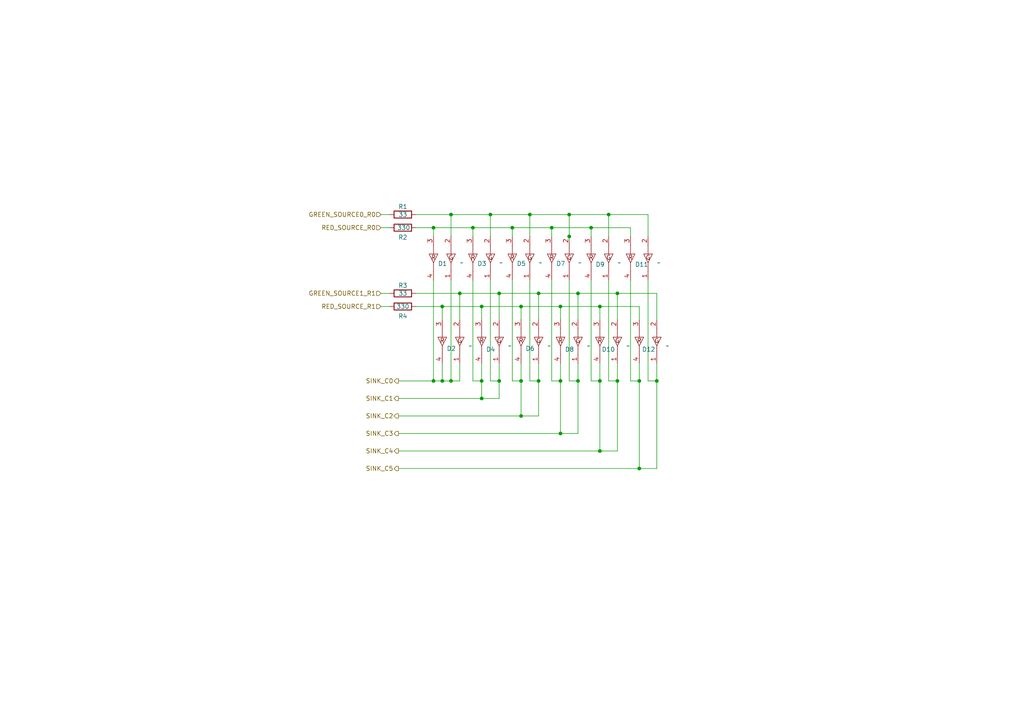
<source format=kicad_sch>
(kicad_sch (version 20231120) (generator "eeschema") (generator_version "8.0")
  (paper "A4")
  (lib_symbols
    (symbol "Device:R" (pin_numbers hide) (pin_names (offset 0))
      (property "Reference" "R" (at 2.032 0 90))
      (property "Value" "R" (at 0 0 90))
      (symbol "R_0_1"
        (rectangle (start -1.016 -2.54) (end 1.016 2.54) (stroke (width 0.254)))
      )
      (symbol "R_1_1"
        (pin passive line (at 0 3.81 270) (length 1.27) (name "~") (number "1"))
        (pin passive line (at 0 -3.81 90) (length 1.27) (name "~") (number "2"))
      )
    )
    (symbol "sw_components:WL-SBCD"
      (property "Reference" "D" (at 0 0 0))
      (symbol "WL-SBCD_0_1"
        (polyline (pts (xy -2.54 -3.81) (xy -2.54 -1.27)))
        (polyline (pts (xy -2.54 3.81) (xy -2.54 1.27)))
        (polyline (pts (xy 2.54 -3.81) (xy 2.54 -1.27)))
        (polyline (pts (xy 2.54 3.81) (xy 2.54 1.27)))
        (polyline (pts (xy -1.27 1.27) (xy -3.81 1.27) (xy -2.54 -1.27) (xy -1.27 1.27)))
        (polyline (pts (xy 3.81 1.27) (xy 1.27 1.27) (xy 2.54 -1.27) (xy 3.81 1.27)))
      )
      (symbol "WL-SBCD_1_1"
        (text "G" (at 2.54 0.254 0) (effects (font (size 1.27 1.27))))
        (text "R" (at -2.54 0.254 0) (effects (font (size 1.27 1.27))))
        (pin output line (at 2.54 -6.35 90) (length 2.54) (name "") (number "1"))
        (pin input line (at 2.54 6.35 270) (length 2.54) (name "") (number "2"))
        (pin input line (at -2.54 6.35 270) (length 2.54) (name "") (number "3"))
        (pin output line (at -2.54 -6.35 90) (length 2.54) (name "") (number "4"))
      )
    )
  )
  (junction (at 160.02 66.04))
  (junction (at 179.07 85.09))
  (junction (at 173.99 88.9))
  (junction (at 173.99 130.81))
  (junction (at 151.13 110.49))
  (junction (at 176.53 62.23))
  (junction (at 139.7 115.57))
  (junction (at 156.21 85.09))
  (junction (at 185.42 110.49))
  (junction (at 167.64 110.49))
  (junction (at 128.27 88.9))
  (junction (at 144.78 110.49))
  (junction (at 167.64 85.09))
  (junction (at 130.81 110.49))
  (junction (at 162.56 110.49))
  (junction (at 137.16 66.04))
  (junction (at 130.81 62.23))
  (junction (at 125.73 66.04))
  (junction (at 153.67 62.23))
  (junction (at 125.73 110.49))
  (junction (at 185.42 135.89))
  (junction (at 165.1 62.23))
  (junction (at 190.5 110.49))
  (junction (at 151.13 120.65))
  (junction (at 139.7 110.49))
  (junction (at 151.13 88.9))
  (junction (at 165.1 68.58))
  (junction (at 162.56 88.9))
  (junction (at 173.99 110.49))
  (junction (at 128.27 110.49))
  (junction (at 162.56 125.73))
  (junction (at 171.45 66.04))
  (junction (at 156.21 110.49))
  (junction (at 133.35 85.09))
  (junction (at 144.78 85.09))
  (junction (at 148.59 66.04))
  (junction (at 179.07 110.49))
  (junction (at 142.24 62.23))
  (junction (at 139.7 88.9))
  (wire (pts (xy 130.81 81.28) (xy 130.81 110.49)))
  (wire (pts (xy 165.1 110.49) (xy 167.64 110.49)))
  (wire (pts (xy 156.21 85.09) (xy 144.78 85.09)))
  (wire (pts (xy 148.59 66.04) (xy 148.59 68.58)))
  (wire (pts (xy 137.16 81.28) (xy 137.16 110.49)))
  (wire (pts (xy 156.21 120.65) (xy 151.13 120.65)))
  (wire (pts (xy 142.24 62.23) (xy 142.24 68.58)))
  (wire (pts (xy 130.81 62.23) (xy 130.81 68.58)))
  (wire (pts (xy 167.64 85.09) (xy 156.21 85.09)))
  (wire (pts (xy 190.5 85.09) (xy 179.07 85.09)))
  (wire (pts (xy 151.13 88.9) (xy 162.56 88.9)))
  (wire (pts (xy 115.57 125.73) (xy 162.56 125.73)))
  (wire (pts (xy 130.81 110.49) (xy 133.35 110.49)))
  (wire (pts (xy 115.57 120.65) (xy 151.13 120.65)))
  (wire (pts (xy 128.27 105.41) (xy 128.27 110.49)))
  (wire (pts (xy 128.27 110.49) (xy 130.81 110.49)))
  (wire (pts (xy 187.96 110.49) (xy 190.5 110.49)))
  (wire (pts (xy 171.45 81.28) (xy 171.45 110.49)))
  (wire (pts (xy 162.56 88.9) (xy 173.99 88.9)))
  (wire (pts (xy 144.78 85.09) (xy 144.78 92.71)))
  (wire (pts (xy 153.67 81.28) (xy 153.67 110.49)))
  (wire (pts (xy 176.53 81.28) (xy 176.53 110.49)))
  (wire (pts (xy 130.81 62.23) (xy 142.24 62.23)))
  (wire (pts (xy 139.7 88.9) (xy 139.7 92.71)))
  (wire (pts (xy 165.1 81.28) (xy 165.1 110.49)))
  (wire (pts (xy 176.53 62.23) (xy 187.96 62.23)))
  (wire (pts (xy 176.53 62.23) (xy 176.53 68.58)))
  (wire (pts (xy 125.73 66.04) (xy 137.16 66.04)))
  (wire (pts (xy 179.07 105.41) (xy 179.07 110.49)))
  (wire (pts (xy 125.73 110.49) (xy 128.27 110.49)))
  (wire (pts (xy 110.49 85.09) (xy 113.03 85.09)))
  (wire (pts (xy 160.02 81.28) (xy 160.02 110.49)))
  (wire (pts (xy 179.07 85.09) (xy 179.07 92.71)))
  (wire (pts (xy 153.67 110.49) (xy 156.21 110.49)))
  (wire (pts (xy 162.56 125.73) (xy 162.56 110.49)))
  (wire (pts (xy 128.27 88.9) (xy 128.27 92.71)))
  (wire (pts (xy 151.13 105.41) (xy 151.13 110.49)))
  (wire (pts (xy 190.5 135.89) (xy 185.42 135.89)))
  (wire (pts (xy 185.42 88.9) (xy 185.42 92.71)))
  (wire (pts (xy 144.78 105.41) (xy 144.78 110.49)))
  (wire (pts (xy 139.7 88.9) (xy 151.13 88.9)))
  (wire (pts (xy 173.99 110.49) (xy 173.99 130.81)))
  (wire (pts (xy 110.49 62.23) (xy 113.03 62.23)))
  (wire (pts (xy 167.64 125.73) (xy 162.56 125.73)))
  (wire (pts (xy 110.49 66.04) (xy 113.03 66.04)))
  (wire (pts (xy 153.67 62.23) (xy 153.67 68.58)))
  (wire (pts (xy 139.7 110.49) (xy 139.7 115.57)))
  (wire (pts (xy 142.24 81.28) (xy 142.24 110.49)))
  (wire (pts (xy 128.27 88.9) (xy 139.7 88.9)))
  (wire (pts (xy 115.57 110.49) (xy 125.73 110.49)))
  (wire (pts (xy 190.5 110.49) (xy 190.5 135.89)))
  (wire (pts (xy 187.96 62.23) (xy 187.96 68.58)))
  (wire (pts (xy 160.02 110.49) (xy 162.56 110.49)))
  (wire (pts (xy 173.99 88.9) (xy 185.42 88.9)))
  (wire (pts (xy 182.88 81.28) (xy 182.88 110.49)))
  (wire (pts (xy 176.53 110.49) (xy 179.07 110.49)))
  (wire (pts (xy 173.99 105.41) (xy 173.99 110.49)))
  (wire (pts (xy 142.24 62.23) (xy 153.67 62.23)))
  (wire (pts (xy 115.57 135.89) (xy 185.42 135.89)))
  (wire (pts (xy 167.64 85.09) (xy 167.64 92.71)))
  (wire (pts (xy 133.35 85.09) (xy 133.35 92.71)))
  (wire (pts (xy 115.57 115.57) (xy 139.7 115.57)))
  (wire (pts (xy 165.1 62.23) (xy 176.53 62.23)))
  (wire (pts (xy 173.99 88.9) (xy 173.99 92.71)))
  (wire (pts (xy 185.42 105.41) (xy 185.42 110.49)))
  (wire (pts (xy 160.02 66.04) (xy 160.02 68.58)))
  (wire (pts (xy 179.07 85.09) (xy 167.64 85.09)))
  (wire (pts (xy 162.56 88.9) (xy 162.56 92.71)))
  (wire (pts (xy 167.64 105.41) (xy 167.64 110.49)))
  (wire (pts (xy 171.45 66.04) (xy 171.45 68.58)))
  (wire (pts (xy 156.21 105.41) (xy 156.21 110.49)))
  (wire (pts (xy 139.7 115.57) (xy 144.78 115.57)))
  (wire (pts (xy 153.67 62.23) (xy 165.1 62.23)))
  (wire (pts (xy 167.64 110.49) (xy 167.64 125.73)))
  (wire (pts (xy 171.45 66.04) (xy 182.88 66.04)))
  (wire (pts (xy 148.59 66.04) (xy 160.02 66.04)))
  (wire (pts (xy 139.7 105.41) (xy 139.7 110.49)))
  (wire (pts (xy 115.57 130.81) (xy 173.99 130.81)))
  (wire (pts (xy 148.59 81.28) (xy 148.59 110.49)))
  (wire (pts (xy 144.78 85.09) (xy 133.35 85.09)))
  (wire (pts (xy 187.96 81.28) (xy 187.96 110.49)))
  (wire (pts (xy 151.13 120.65) (xy 151.13 110.49)))
  (wire (pts (xy 144.78 115.57) (xy 144.78 110.49)))
  (wire (pts (xy 182.88 66.04) (xy 182.88 68.58)))
  (wire (pts (xy 156.21 110.49) (xy 156.21 120.65)))
  (wire (pts (xy 148.59 110.49) (xy 151.13 110.49)))
  (wire (pts (xy 137.16 66.04) (xy 137.16 68.58)))
  (wire (pts (xy 137.16 110.49) (xy 139.7 110.49)))
  (wire (pts (xy 151.13 88.9) (xy 151.13 92.71)))
  (wire (pts (xy 185.42 135.89) (xy 185.42 110.49)))
  (wire (pts (xy 179.07 130.81) (xy 173.99 130.81)))
  (wire (pts (xy 125.73 81.28) (xy 125.73 110.49)))
  (wire (pts (xy 120.65 66.04) (xy 125.73 66.04)))
  (wire (pts (xy 142.24 110.49) (xy 144.78 110.49)))
  (wire (pts (xy 120.65 62.23) (xy 130.81 62.23)))
  (wire (pts (xy 182.88 110.49) (xy 185.42 110.49)))
  (wire (pts (xy 190.5 105.41) (xy 190.5 110.49)))
  (wire (pts (xy 179.07 110.49) (xy 179.07 130.81)))
  (wire (pts (xy 165.1 62.23) (xy 165.1 68.58)))
  (wire (pts (xy 156.21 85.09) (xy 156.21 92.71)))
  (wire (pts (xy 110.49 88.9) (xy 113.03 88.9)))
  (wire (pts (xy 190.5 85.09) (xy 190.5 92.71)))
  (wire (pts (xy 160.02 66.04) (xy 171.45 66.04)))
  (wire (pts (xy 125.73 66.04) (xy 125.73 68.58)))
  (wire (pts (xy 171.45 110.49) (xy 173.99 110.49)))
  (wire (pts (xy 120.65 85.09) (xy 133.35 85.09)))
  (wire (pts (xy 120.65 88.9) (xy 128.27 88.9)))
  (wire (pts (xy 165.1 69.85) (xy 165.1 68.58)))
  (wire (pts (xy 137.16 66.04) (xy 148.59 66.04)))
  (wire (pts (xy 133.35 105.41) (xy 133.35 110.49)))
  (wire (pts (xy 162.56 105.41) (xy 162.56 110.49)))
  (hierarchical_label "GREEN_SOURCE1_R1" (shape input) (at 110.49 85.09 180))
  (hierarchical_label "RED_SOURCE_R1" (shape input) (at 110.49 88.9 180))
  (hierarchical_label "SINK_C3" (shape output) (at 115.57 125.73 180))
  (hierarchical_label "SINK_C5" (shape output) (at 115.57 135.89 180))
  (hierarchical_label "SINK_C0" (shape output) (at 115.57 110.49 180))
  (hierarchical_label "GREEN_SOURCE0_R0" (shape input) (at 110.49 62.23 180))
  (hierarchical_label "SINK_C4" (shape output) (at 115.57 130.81 180))
  (hierarchical_label "SINK_C1" (shape output) (at 115.57 115.57 180))
  (hierarchical_label "SINK_C2" (shape output) (at 115.57 120.65 180))
  (hierarchical_label "RED_SOURCE_R0" (shape input) (at 110.49 66.04 180))
  (symbol (lib_id "sw_components:WL-SBCD") (at 151.13 74.93 0) (unit 1)
    (property "Reference" "D5" (at 149.86 76.454 0) (effects (justify left)))
    (property "Value" "~" (at 156.21 76.2 0) (effects (justify left)))
    (property "Footprint" "sw:WL-SBCD_150066RG54050" (effects (hide yes)))
  )
  (symbol (lib_id "sw_components:WL-SBCD") (at 187.96 99.06 0) (unit 1)
    (property "Reference" "D12" (at 186.182 101.346 0) (effects (justify left)))
    (property "Value" "~" (at 193.04 100.33 0) (effects (justify left)))
    (property "Footprint" "sw:WL-SBCD_150066RG54050" (effects (hide yes)))
  )
  (symbol (lib_id "sw_components:WL-SBCD") (at 153.67 99.06 0) (unit 1)
    (property "Reference" "D6" (at 152.4 101.092 0) (effects (justify left)))
    (property "Value" "~" (at 158.75 100.33 0) (effects (justify left)))
    (property "Footprint" "sw:WL-SBCD_150066RG54050" (effects (hide yes)))
  )
  (symbol (lib_id "Device:R") (at 116.84 88.9 90) (unit 1)
    (property "Reference" "R4" (at 116.84 91.694 90))
    (property "Value" "330" (at 116.84 88.9 90))
    (property "Footprint" "Resistor_SMD:R_0402_1005Metric" (effects (hide yes)))
    (property "Description" "Resistor" (effects (hide yes)))
  )
  (symbol (lib_id "sw_components:WL-SBCD") (at 142.24 99.06 0) (unit 1)
    (property "Reference" "D4" (at 140.97 101.346 0) (effects (justify left)))
    (property "Value" "~" (at 147.32 100.33 0) (effects (justify left)))
    (property "Footprint" "sw:WL-SBCD_150066RG54050" (effects (hide yes)))
  )
  (symbol (lib_id "sw_components:WL-SBCD") (at 139.7 74.93 0) (unit 1)
    (property "Reference" "D3" (at 138.43 76.454 0) (effects (justify left)))
    (property "Value" "~" (at 144.78 76.2 0) (effects (justify left)))
    (property "Footprint" "sw:WL-SBCD_150066RG54050" (effects (hide yes)))
  )
  (symbol (lib_id "Device:R") (at 116.84 66.04 270) (mirror x) (unit 1)
    (property "Reference" "R2" (at 116.84 68.834 90))
    (property "Value" "330" (at 117.094 66.04 90))
    (property "Footprint" "Resistor_SMD:R_0402_1005Metric" (effects (hide yes)))
    (property "Description" "Resistor" (effects (hide yes)))
  )
  (symbol (lib_id "Device:R") (at 116.84 62.23 90) (unit 1)
    (property "Reference" "R1" (at 116.84 59.944 90))
    (property "Value" "33" (at 116.84 62.23 90))
    (property "Footprint" "Resistor_SMD:R_0402_1005Metric" (effects (hide yes)))
    (property "Description" "Resistor" (effects (hide yes)))
  )
  (symbol (lib_id "sw_components:WL-SBCD") (at 173.99 74.93 0) (unit 1)
    (property "Reference" "D9" (at 172.72 76.708 0) (effects (justify left)))
    (property "Value" "~" (at 179.07 76.2 0) (effects (justify left)))
    (property "Footprint" "sw:WL-SBCD_150066RG54050" (effects (hide yes)))
  )
  (symbol (lib_id "sw_components:WL-SBCD") (at 130.81 99.06 0) (unit 1)
    (property "Reference" "D2" (at 129.54 101.092 0) (effects (justify left)))
    (property "Value" "~" (at 135.89 100.33 0) (effects (justify left)))
    (property "Footprint" "sw:WL-SBCD_150066RG54050" (effects (hide yes)))
  )
  (symbol (lib_id "sw_components:WL-SBCD") (at 162.56 74.93 0) (unit 1)
    (property "Reference" "D7" (at 161.29 76.454 0) (effects (justify left)))
    (property "Value" "~" (at 167.64 76.2 0) (effects (justify left)))
    (property "Footprint" "sw:WL-SBCD_150066RG54050" (effects (hide yes)))
  )
  (symbol (lib_id "sw_components:WL-SBCD") (at 185.42 74.93 0) (unit 1)
    (property "Reference" "D11" (at 184.15 76.708 0) (effects (justify left)))
    (property "Value" "~" (at 190.5 76.2 0) (effects (justify left)))
    (property "Footprint" "sw:WL-SBCD_150066RG54050" (effects (hide yes)))
  )
  (symbol (lib_id "sw_components:WL-SBCD") (at 128.27 74.93 0) (unit 1)
    (property "Reference" "D1" (at 127 76.454 0) (effects (justify left)))
    (property "Value" "~" (at 133.35 76.2 0) (effects (justify left)))
    (property "Footprint" "sw:WL-SBCD_150066RG54050" (effects (hide yes)))
    (property "Description" "150066RG54050" (effects (hide yes)))
  )
  (symbol (lib_id "Device:R") (at 116.84 85.09 90) (unit 1)
    (property "Reference" "R3" (at 116.84 82.804 90))
    (property "Value" "33" (at 116.84 85.09 90))
    (property "Footprint" "Resistor_SMD:R_0402_1005Metric" (effects (hide yes)))
    (property "Description" "Resistor" (effects (hide yes)))
  )
  (symbol (lib_id "sw_components:WL-SBCD") (at 165.1 99.06 0) (unit 1)
    (property "Reference" "D8" (at 163.83 101.346 0) (effects (justify left)))
    (property "Value" "~" (at 170.18 100.33 0) (effects (justify left)))
    (property "Footprint" "sw:WL-SBCD_150066RG54050" (effects (hide yes)))
  )
  (symbol (lib_id "sw_components:WL-SBCD") (at 176.53 99.06 0) (unit 1)
    (property "Reference" "D10" (at 174.498 101.346 0) (effects (justify left)))
    (property "Value" "~" (at 181.61 100.33 0) (effects (justify left)))
    (property "Footprint" "sw:WL-SBCD_150066RG54050" (effects (hide yes)))
  )
)
</source>
